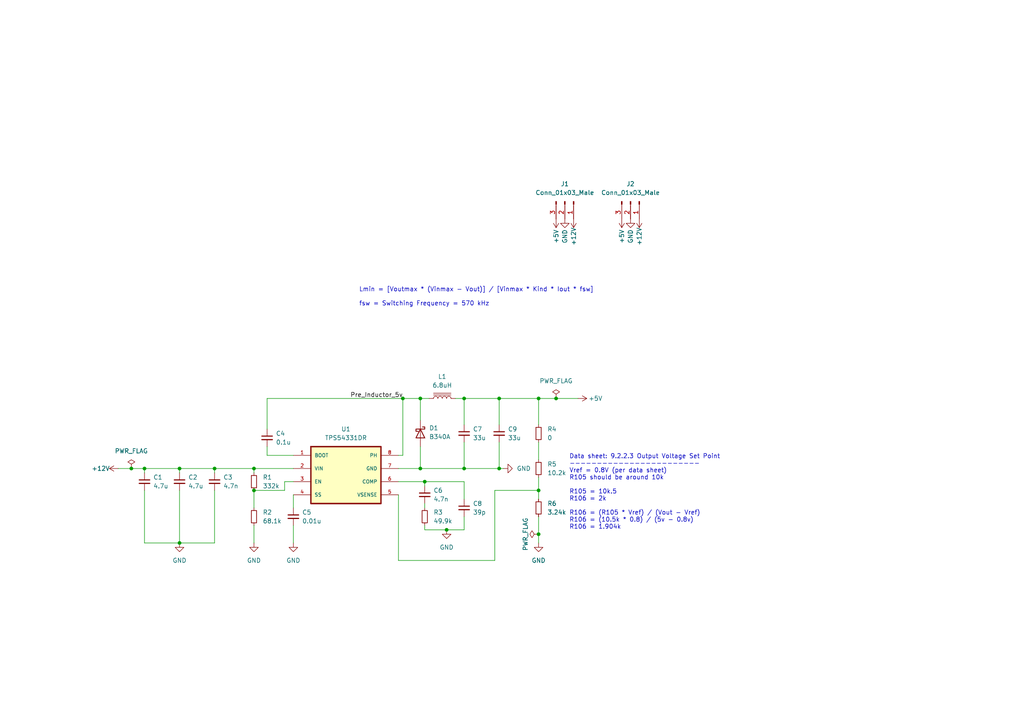
<source format=kicad_sch>
(kicad_sch (version 20211123) (generator eeschema)
  (paper "A4")
  (lib_symbols
    (symbol "Connector:Conn_01x03_Male" (pin_names (offset 1.016) hide)
      (property "Reference" "J" (at 0 5.08 0))
      (property "Value" "Conn_01x03_Male" (at 0 -5.08 0))
      (symbol "Conn_01x03_Male_1_1"
        (polyline (pts (xy 1.27 -2.54) (xy 0.8636 -2.54)) (stroke (width 0.1524)))
        (polyline (pts (xy 1.27 0) (xy 0.8636 0)) (stroke (width 0.1524)))
        (polyline (pts (xy 1.27 2.54) (xy 0.8636 2.54)) (stroke (width 0.1524)))
        (rectangle (start 0.8636 -2.413) (end 0 -2.667) (stroke (width 0.1524)) (fill (type outline)))
        (rectangle (start 0.8636 0.127) (end 0 -0.127) (stroke (width 0.1524)) (fill (type outline)))
        (rectangle (start 0.8636 2.667) (end 0 2.413) (stroke (width 0.1524)) (fill (type outline)))
        (pin passive line (at 5.08 2.54 180) (length 3.81) (name "Pin_1") (number "1"))
        (pin passive line (at 5.08 0 180) (length 3.81) (name "Pin_2") (number "2"))
        (pin passive line (at 5.08 -2.54 180) (length 3.81) (name "Pin_3") (number "3"))
      )
    )
    (symbol "Device:C_Small" (pin_numbers hide) (pin_names (offset 0.254) hide)
      (property "Reference" "C" (at 0.254 1.778 0))
      (property "Value" "C_Small" (at 0.254 -2.032 0))
      (symbol "C_Small_0_1"
        (polyline (pts (xy -1.524 -0.508) (xy 1.524 -0.508)) (stroke (width 0.3302)))
        (polyline (pts (xy -1.524 0.508) (xy 1.524 0.508)) (stroke (width 0.3048)))
      )
      (symbol "C_Small_1_1"
        (pin passive line (at 0 2.54 270) (length 2.032) (name "~") (number "1"))
        (pin passive line (at 0 -2.54 90) (length 2.032) (name "~") (number "2"))
      )
    )
    (symbol "Device:L_Iron" (pin_numbers hide) (pin_names (offset 1.016) hide)
      (property "Reference" "L" (at -1.27 0 90))
      (property "Value" "L_Iron" (at 2.794 0 90))
      (symbol "L_Iron_0_1"
        (arc (start 0 -2.54) (mid 0.635 -1.905) (end 0 -1.27))
        (arc (start 0 -1.27) (mid 0.635 -0.635) (end 0 0))
        (polyline (pts (xy 1.016 2.54) (xy 1.016 -2.54)))
        (polyline (pts (xy 1.524 -2.54) (xy 1.524 2.54)))
        (arc (start 0 0) (mid 0.635 0.635) (end 0 1.27))
        (arc (start 0 1.27) (mid 0.635 1.905) (end 0 2.54))
      )
      (symbol "L_Iron_1_1"
        (pin passive line (at 0 3.81 270) (length 1.27) (name "1") (number "1"))
        (pin passive line (at 0 -3.81 90) (length 1.27) (name "2") (number "2"))
      )
    )
    (symbol "Device:R_Small" (pin_numbers hide) (pin_names (offset 0.254) hide)
      (property "Reference" "R" (at 0.762 0.508 0))
      (property "Value" "R_Small" (at 0.762 -1.016 0))
      (symbol "R_Small_0_1"
        (rectangle (start -0.762 1.778) (end 0.762 -1.778) (stroke (width 0.2032)))
      )
      (symbol "R_Small_1_1"
        (pin passive line (at 0 2.54 270) (length 0.762) (name "~") (number "1"))
        (pin passive line (at 0 -2.54 90) (length 0.762) (name "~") (number "2"))
      )
    )
    (symbol "Diode:B340" (pin_numbers hide) (pin_names (offset 1.016) hide)
      (property "Reference" "D" (at 0 2.54 0))
      (property "Value" "B340" (at 0 -2.54 0))
      (symbol "B340_0_1"
        (polyline (pts (xy 1.27 0) (xy -1.27 0)))
        (polyline (pts (xy 1.27 1.27) (xy 1.27 -1.27) (xy -1.27 0) (xy 1.27 1.27)) (stroke (width 0.254)))
        (polyline (pts (xy -1.905 0.635) (xy -1.905 1.27) (xy -1.27 1.27) (xy -1.27 -1.27) (xy -0.635 -1.27) (xy -0.635 -0.635)) (stroke (width 0.254)))
      )
      (symbol "B340_1_1"
        (pin passive line (at -3.81 0 0) (length 2.54) (name "K") (number "1"))
        (pin passive line (at 3.81 0 180) (length 2.54) (name "A") (number "2"))
      )
    )
    (symbol "TPS54331DR:TPS54331DR" (pin_names (offset 1.016))
      (property "Reference" "U" (at -12.7 12.7 0))
      (property "Value" "TPS54331DR" (at -5.08 12.7 0))
      (symbol "TPS54331DR_0_0"
        (rectangle (start -12.7 12.7) (end 7.62 -3.81) (stroke (width 0.4064)) (fill (type background)))
        (pin input line (at -17.78 10.16 0) (length 5.08) (name "BOOT") (number "1"))
        (pin input line (at -17.78 6.35 0) (length 5.08) (name "VIN") (number "2"))
        (pin input line (at -17.78 2.54 0) (length 5.08) (name "EN") (number "3"))
        (pin input line (at -17.78 -1.27 0) (length 5.08) (name "SS") (number "4"))
        (pin input line (at 12.7 -1.27 180) (length 5.08) (name "VSENSE") (number "5"))
        (pin output line (at 12.7 2.54 180) (length 5.08) (name "COMP") (number "6"))
        (pin power_in line (at 12.7 6.35 180) (length 5.08) (name "GND") (number "7"))
        (pin input line (at 12.7 10.16 180) (length 5.08) (name "PH") (number "8"))
      )
    )
    (symbol "power:+12V" (power) (pin_names (offset 0))
      (property "Value" "+12V" (at 0 3.556 0))
      (symbol "+12V_0_1"
        (polyline (pts (xy -0.762 1.27) (xy 0 2.54)))
        (polyline (pts (xy 0 0) (xy 0 2.54)))
        (polyline (pts (xy 0 2.54) (xy 0.762 1.27)))
      )
      (symbol "+12V_1_1"
        (pin power_in line (at 0 0 90) (length 0) hide (name "+12V") (number "1"))
      )
    )
    (symbol "power:+5V" (power) (pin_names (offset 0))
      (property "Value" "+5V" (at 0 3.556 0))
      (symbol "+5V_0_1"
        (polyline (pts (xy -0.762 1.27) (xy 0 2.54)))
        (polyline (pts (xy 0 0) (xy 0 2.54)))
        (polyline (pts (xy 0 2.54) (xy 0.762 1.27)))
      )
      (symbol "+5V_1_1"
        (pin power_in line (at 0 0 90) (length 0) hide (name "+5V") (number "1"))
      )
    )
    (symbol "power:GND" (power) (pin_names (offset 0))
      (property "Value" "GND" (at 0 -3.81 0))
      (symbol "GND_0_1"
        (polyline (pts (xy 0 0) (xy 0 -1.27) (xy 1.27 -1.27) (xy 0 -2.54) (xy -1.27 -1.27) (xy 0 -1.27)))
      )
      (symbol "GND_1_1"
        (pin power_in line (at 0 0 270) (length 0) hide (name "GND") (number "1"))
      )
    )
    (symbol "power:PWR_FLAG" (power) (pin_numbers hide) (pin_names (offset 0) hide)
      (property "Value" "PWR_FLAG" (at 0 3.81 0))
      (symbol "PWR_FLAG_0_0"
        (pin power_out line (at 0 0 90) (length 0) (name "pwr") (number "1"))
      )
      (symbol "PWR_FLAG_0_1"
        (polyline (pts (xy 0 0) (xy 0 1.27) (xy -1.016 1.905) (xy 0 2.54) (xy 1.016 1.905) (xy 0 1.27)))
      )
    )
  )
  (junction (at 62.23 135.89))
  (junction (at 121.92 135.89))
  (junction (at 73.66 135.89))
  (junction (at 41.91 135.89))
  (junction (at 134.62 115.57))
  (junction (at 156.21 154.94))
  (junction (at 116.84 115.57))
  (junction (at 73.66 142.24))
  (junction (at 134.62 135.89))
  (junction (at 52.07 135.89))
  (junction (at 121.92 115.57))
  (junction (at 156.21 115.57))
  (junction (at 38.1 135.89))
  (junction (at 52.07 157.48))
  (junction (at 144.78 135.89))
  (junction (at 161.29 115.57))
  (junction (at 144.78 115.57))
  (junction (at 156.21 142.24))
  (junction (at 123.19 139.7))
  (junction (at 129.54 153.67))
  (wire (pts (xy 121.92 115.57) (xy 121.92 121.92)))
  (wire (pts (xy 82.55 142.24) (xy 73.66 142.24)))
  (wire (pts (xy 52.07 135.89) (xy 52.07 137.16)))
  (wire (pts (xy 82.55 139.7) (xy 82.55 142.24)))
  (wire (pts (xy 121.92 135.89) (xy 134.62 135.89)))
  (wire (pts (xy 115.57 135.89) (xy 121.92 135.89)))
  (wire (pts (xy 123.19 140.97) (xy 123.19 139.7)))
  (wire (pts (xy 161.29 115.57) (xy 167.64 115.57)))
  (wire (pts (xy 52.07 135.89) (xy 62.23 135.89)))
  (wire (pts (xy 156.21 138.43) (xy 156.21 142.24)))
  (wire (pts (xy 41.91 142.24) (xy 41.91 157.48)))
  (wire (pts (xy 41.91 157.48) (xy 52.07 157.48)))
  (wire (pts (xy 41.91 135.89) (xy 52.07 135.89)))
  (wire (pts (xy 134.62 135.89) (xy 144.78 135.89)))
  (wire (pts (xy 144.78 115.57) (xy 156.21 115.57)))
  (wire (pts (xy 85.09 152.4) (xy 85.09 157.48)))
  (wire (pts (xy 34.29 135.89) (xy 38.1 135.89)))
  (wire (pts (xy 116.84 115.57) (xy 121.92 115.57)))
  (wire (pts (xy 143.51 142.24) (xy 156.21 142.24)))
  (wire (pts (xy 156.21 115.57) (xy 161.29 115.57)))
  (wire (pts (xy 123.19 147.32) (xy 123.19 146.05)))
  (wire (pts (xy 73.66 142.24) (xy 73.66 147.32)))
  (wire (pts (xy 134.62 115.57) (xy 144.78 115.57)))
  (wire (pts (xy 123.19 139.7) (xy 134.62 139.7)))
  (wire (pts (xy 85.09 139.7) (xy 82.55 139.7)))
  (wire (pts (xy 62.23 142.24) (xy 62.23 157.48)))
  (wire (pts (xy 121.92 135.89) (xy 121.92 129.54)))
  (wire (pts (xy 121.92 115.57) (xy 124.46 115.57)))
  (wire (pts (xy 73.66 152.4) (xy 73.66 157.48)))
  (wire (pts (xy 38.1 135.89) (xy 41.91 135.89)))
  (wire (pts (xy 85.09 143.51) (xy 85.09 147.32)))
  (wire (pts (xy 144.78 135.89) (xy 144.78 128.27)))
  (wire (pts (xy 132.08 115.57) (xy 134.62 115.57)))
  (wire (pts (xy 156.21 154.94) (xy 156.21 157.48)))
  (wire (pts (xy 156.21 142.24) (xy 156.21 144.78)))
  (wire (pts (xy 129.54 153.67) (xy 134.62 153.67)))
  (wire (pts (xy 156.21 115.57) (xy 156.21 123.19)))
  (wire (pts (xy 123.19 153.67) (xy 129.54 153.67)))
  (wire (pts (xy 62.23 135.89) (xy 73.66 135.89)))
  (wire (pts (xy 77.47 124.46) (xy 77.47 115.57)))
  (wire (pts (xy 116.84 132.08) (xy 116.84 115.57)))
  (wire (pts (xy 156.21 149.86) (xy 156.21 154.94)))
  (wire (pts (xy 146.05 135.89) (xy 144.78 135.89)))
  (wire (pts (xy 62.23 157.48) (xy 52.07 157.48)))
  (wire (pts (xy 62.23 135.89) (xy 62.23 137.16)))
  (wire (pts (xy 134.62 128.27) (xy 134.62 135.89)))
  (wire (pts (xy 77.47 115.57) (xy 116.84 115.57)))
  (wire (pts (xy 77.47 132.08) (xy 77.47 129.54)))
  (wire (pts (xy 143.51 162.56) (xy 143.51 142.24)))
  (wire (pts (xy 52.07 142.24) (xy 52.07 157.48)))
  (wire (pts (xy 144.78 115.57) (xy 144.78 123.19)))
  (wire (pts (xy 123.19 152.4) (xy 123.19 153.67)))
  (wire (pts (xy 115.57 162.56) (xy 143.51 162.56)))
  (wire (pts (xy 115.57 143.51) (xy 115.57 162.56)))
  (wire (pts (xy 115.57 132.08) (xy 116.84 132.08)))
  (wire (pts (xy 156.21 128.27) (xy 156.21 133.35)))
  (wire (pts (xy 134.62 153.67) (xy 134.62 149.86)))
  (wire (pts (xy 85.09 132.08) (xy 77.47 132.08)))
  (wire (pts (xy 134.62 139.7) (xy 134.62 144.78)))
  (wire (pts (xy 73.66 135.89) (xy 73.66 137.16)))
  (wire (pts (xy 41.91 135.89) (xy 41.91 137.16)))
  (wire (pts (xy 115.57 139.7) (xy 123.19 139.7)))
  (wire (pts (xy 134.62 115.57) (xy 134.62 123.19)))
  (wire (pts (xy 73.66 135.89) (xy 85.09 135.89)))
  (text "Data sheet: 9.2.2.3 Output Voltage Set Point\n------------------------\nVref = 0.8V (per data sheet)\nR105 should be around 10k\n\nR105 = 10k.5\nR106 = 2k\n\nR106 = (R105 * Vref) / (Vout - Vref)\nR106 = (10.5k * 0.8) / (5v - 0.8v)\nR106 = 1.904k\n" (at 165.1 153.67 0) (effects (font (size 1.27 1.27)) (justify left bottom)))
  (text "Lmin = [Voutmax * (Vinmax - Vout)] / [Vinmax * Kind * Iout * fsw]\n\nfsw = Switching Frequency = 570 kHz\n" (at 104.14 88.9 0) (effects (font (size 1.27 1.27)) (justify left bottom)))
  (label "Pre_Inductor_5v" (at 101.6 115.57 0))
  (symbol (lib_id "Device:C_Small") (at 134.62 147.32 0) (unit 1)
    (property "Reference" "C8" (at 137.16 146.0562 0) (effects (justify left)))
    (property "Value" "39p" (at 137.16 148.5962 0) (effects (justify left)))
    (property "Footprint" "Capacitor_SMD:C_0805_2012Metric" (effects hide))
    (property "LCSC" "C296098" (effects hide))
  )
  (symbol (lib_id "power:PWR_FLAG") (at 156.21 154.94 90) (unit 1)
    (property "Reference" "#FLG0103" (effects hide))
    (property "Value" "PWR_FLAG" (at 152.4 154.94 0))
  )
  (symbol (lib_id "Device:C_Small") (at 41.91 139.7 0) (unit 1)
    (property "Reference" "C1" (at 44.45 138.4362 0) (effects (justify left)))
    (property "Value" "4.7u" (at 44.45 140.9762 0) (effects (justify left)))
    (property "Footprint" "Capacitor_SMD:C_0805_2012Metric" (effects hide))
    (property "LCSC" "C1779" (effects hide))
  )
  (symbol (lib_id "power:GND") (at 146.05 135.89 90) (unit 1)
    (property "Reference" "#PWR0106" (effects hide))
    (property "Value" "GND" (at 149.86 135.8899 90) (effects (justify right)))
  )
  (symbol (lib_id "power:+5V") (at 161.29 63.5 180) (unit 1)
    (property "Reference" "#PWR04" (effects hide))
    (property "Value" "+5V" (at 161.29 68.58 90))
  )
  (symbol (lib_id "power:+12V") (at 166.37 63.5 180) (unit 1)
    (property "Reference" "#PWR03" (effects hide))
    (property "Value" "+12V" (at 166.37 68.58 90))
  )
  (symbol (lib_id "Connector:Conn_01x03_Male") (at 163.83 58.42 270) (unit 1)
    (property "Reference" "J1" (at 163.83 53.34 90))
    (property "Value" "Conn_01x03_Male" (at 163.83 55.88 90))
    (property "Footprint" "Connector_PinHeader_2.54mm:PinHeader_1x03_P2.54mm_Vertical" (effects hide))
    (property "LCSC" "DNP" (effects hide))
  )
  (symbol (lib_id "power:GND") (at 73.66 157.48 0) (unit 1)
    (property "Reference" "#PWR0102" (effects hide))
    (property "Value" "GND" (at 73.66 162.56 0))
  )
  (symbol (lib_id "power:+5V") (at 167.64 115.57 270) (unit 1)
    (property "Reference" "#PWR05" (effects hide))
    (property "Value" "+5V" (at 172.72 115.57 90))
  )
  (symbol (lib_id "Device:C_Small") (at 134.62 125.73 0) (unit 1)
    (property "Reference" "C7" (at 137.16 124.4662 0) (effects (justify left)))
    (property "Value" "33u" (at 137.16 127.0062 0) (effects (justify left)))
    (property "Footprint" "Capacitor_SMD:C_0805_2012Metric" (effects hide))
    (property "LCSC" "C342635" (effects hide))
  )
  (symbol (lib_id "power:GND") (at 52.07 157.48 0) (unit 1)
    (property "Reference" "#PWR0103" (effects hide))
    (property "Value" "GND" (at 52.07 162.56 0))
  )
  (symbol (lib_id "Device:R_Small") (at 156.21 147.32 0) (unit 1)
    (property "Reference" "R6" (at 158.75 146.0499 0) (effects (justify left)))
    (property "Value" "3.24k" (at 158.75 148.5899 0) (effects (justify left)))
    (property "Footprint" "Resistor_SMD:R_0805_2012Metric" (effects hide))
    (property "LCSC" "C17609" (effects hide))
  )
  (symbol (lib_id "power:GND") (at 85.09 157.48 0) (unit 1)
    (property "Reference" "#PWR0101" (effects hide))
    (property "Value" "GND" (at 85.09 162.56 0))
  )
  (symbol (lib_id "power:+5V") (at 180.34 63.5 180) (unit 1)
    (property "Reference" "#PWR06" (effects hide))
    (property "Value" "+5V" (at 180.34 68.58 90))
  )
  (symbol (lib_id "Device:R_Small") (at 73.66 139.7 0) (unit 1)
    (property "Reference" "R1" (at 76.2 138.4299 0) (effects (justify left)))
    (property "Value" "332k" (at 76.2 140.9699 0) (effects (justify left)))
    (property "Footprint" "Resistor_SMD:R_0805_2012Metric" (effects hide))
    (property "LCSC" "C17631" (effects hide))
  )
  (symbol (lib_id "Diode:B340") (at 121.92 125.73 270) (unit 1)
    (property "Reference" "D1" (at 124.46 124.1424 90) (effects (justify left)))
    (property "Value" "B340A" (at 124.46 126.6824 90) (effects (justify left)))
    (property "Footprint" "Diode_SMD:D_SMA" (effects hide))
    (property "Datasheet" "http://www.jameco.com/Jameco/Products/ProdDS/1538777.pdf" (effects hide))
    (property "LCSC" "C64982" (effects hide))
  )
  (symbol (lib_id "power:+12V") (at 34.29 135.89 90) (unit 1)
    (property "Reference" "#PWR01" (effects hide))
    (property "Value" "+12V" (at 29.21 135.89 90))
  )
  (symbol (lib_id "Device:R_Small") (at 156.21 125.73 0) (unit 1)
    (property "Reference" "R4" (at 158.75 124.4599 0) (effects (justify left)))
    (property "Value" "0" (at 158.75 126.9999 0) (effects (justify left)))
    (property "Footprint" "Resistor_SMD:R_0805_2012Metric" (effects hide))
    (property "LCSC" "C17477" (effects hide))
  )
  (symbol (lib_id "power:PWR_FLAG") (at 161.29 115.57 0) (unit 1)
    (property "Reference" "#FLG0102" (effects hide))
    (property "Value" "PWR_FLAG" (at 161.29 110.49 0))
  )
  (symbol (lib_id "Device:C_Small") (at 62.23 139.7 0) (unit 1)
    (property "Reference" "C3" (at 64.77 138.4362 0) (effects (justify left)))
    (property "Value" "4.7n" (at 64.77 140.9762 0) (effects (justify left)))
    (property "Footprint" "Capacitor_SMD:C_0805_2012Metric" (effects hide))
    (property "LCSC" "C1744" (effects hide))
  )
  (symbol (lib_id "Device:C_Small") (at 144.78 125.73 0) (unit 1)
    (property "Reference" "C9" (at 147.32 124.4662 0) (effects (justify left)))
    (property "Value" "33u" (at 147.32 127.0062 0) (effects (justify left)))
    (property "Footprint" "Capacitor_SMD:C_0805_2012Metric" (effects hide))
    (property "LCSC" "C342635" (effects hide))
  )
  (symbol (lib_id "Connector:Conn_01x03_Male") (at 182.88 58.42 270) (unit 1)
    (property "Reference" "J2" (at 182.88 53.34 90))
    (property "Value" "Conn_01x03_Male" (at 182.88 55.88 90))
    (property "Footprint" "Connector_PinHeader_2.54mm:PinHeader_1x03_P2.54mm_Vertical" (effects hide))
    (property "LCSC" "DNP" (effects hide))
  )
  (symbol (lib_id "Device:R_Small") (at 73.66 149.86 0) (unit 1)
    (property "Reference" "R2" (at 76.2 148.5899 0) (effects (justify left)))
    (property "Value" "68.1k" (at 76.2 151.1299 0) (effects (justify left)))
    (property "Footprint" "Resistor_SMD:R_0805_2012Metric" (effects hide))
    (property "LCSC" "C17795" (effects hide))
  )
  (symbol (lib_id "Device:C_Small") (at 123.19 143.51 0) (unit 1)
    (property "Reference" "C6" (at 125.73 142.2462 0) (effects (justify left)))
    (property "Value" "4.7n" (at 125.73 144.7862 0) (effects (justify left)))
    (property "Footprint" "Capacitor_SMD:C_0805_2012Metric" (effects hide))
    (property "LCSC" "C1744" (effects hide))
  )
  (symbol (lib_id "Device:R_Small") (at 156.21 135.89 0) (unit 1)
    (property "Reference" "R5" (at 158.75 134.6199 0) (effects (justify left)))
    (property "Value" "10.2k" (at 158.75 137.1599 0) (effects (justify left)))
    (property "Footprint" "Resistor_SMD:R_0805_2012Metric" (effects hide))
    (property "LCSC" "C17402" (effects hide))
  )
  (symbol (lib_id "Device:R_Small") (at 123.19 149.86 0) (unit 1)
    (property "Reference" "R3" (at 125.73 148.5899 0) (effects (justify left)))
    (property "Value" "49.9k" (at 125.73 151.1299 0) (effects (justify left)))
    (property "Footprint" "Resistor_SMD:R_0805_2012Metric" (effects hide))
    (property "LCSC" "C17719" (effects hide))
  )
  (symbol (lib_id "Device:L_Iron") (at 128.27 115.57 90) (unit 1)
    (property "Reference" "L1" (at 128.27 109.22 90))
    (property "Value" "6.8uH" (at 128.27 111.76 90))
    (property "Footprint" "raspberrypi_supercap_ups_lib:Sunltech_SLO0530H" (effects hide))
    (property "LCSC" "C325965" (effects hide))
  )
  (symbol (lib_id "power:GND") (at 163.83 63.5 0) (unit 1)
    (property "Reference" "#PWR02" (effects hide))
    (property "Value" "GND" (at 163.83 68.58 90))
  )
  (symbol (lib_id "TPS54331DR:TPS54331DR") (at 102.87 142.24 0) (unit 1)
    (property "Reference" "U1" (at 100.33 124.46 0))
    (property "Value" "TPS54331DR" (at 100.33 127 0))
    (property "Footprint" "SOIC127P599X175-8N" (effects hide))
    (property "LCSC" "C9865" (effects hide))
  )
  (symbol (lib_id "power:GND") (at 129.54 153.67 0) (unit 1)
    (property "Reference" "#PWR0104" (effects hide))
    (property "Value" "GND" (at 129.54 158.75 0))
  )
  (symbol (lib_id "power:+12V") (at 185.42 63.5 180) (unit 1)
    (property "Reference" "#PWR08" (effects hide))
    (property "Value" "+12V" (at 185.42 68.58 90))
  )
  (symbol (lib_id "power:PWR_FLAG") (at 38.1 135.89 0) (unit 1)
    (property "Reference" "#FLG0101" (effects hide))
    (property "Value" "PWR_FLAG" (at 38.1 130.81 0))
  )
  (symbol (lib_id "Device:C_Small") (at 77.47 127 0) (unit 1)
    (property "Reference" "C4" (at 80.01 125.7362 0) (effects (justify left)))
    (property "Value" "0.1u" (at 80.01 128.2762 0) (effects (justify left)))
    (property "Footprint" "Capacitor_SMD:C_0805_2012Metric" (effects hide))
    (property "LCSC" "C28233" (effects hide))
  )
  (symbol (lib_id "power:GND") (at 156.21 157.48 0) (unit 1)
    (property "Reference" "#PWR0105" (effects hide))
    (property "Value" "GND" (at 156.21 162.56 0))
  )
  (symbol (lib_id "power:GND") (at 182.88 63.5 0) (unit 1)
    (property "Reference" "#PWR07" (effects hide))
    (property "Value" "GND" (at 182.88 68.58 90))
  )
  (symbol (lib_id "Device:C_Small") (at 85.09 149.86 0) (unit 1)
    (property "Reference" "C5" (at 87.63 148.5962 0) (effects (justify left)))
    (property "Value" "0.01u" (at 87.63 151.1362 0) (effects (justify left)))
    (property "Footprint" "Capacitor_SMD:C_0805_2012Metric" (effects hide))
    (property "LCSC" "C1710" (effects hide))
  )
  (symbol (lib_id "Device:C_Small") (at 52.07 139.7 0) (unit 1)
    (property "Reference" "C2" (at 54.61 138.4362 0) (effects (justify left)))
    (property "Value" "4.7u" (at 54.61 140.9762 0) (effects (justify left)))
    (property "Footprint" "Capacitor_SMD:C_0805_2012Metric" (effects hide))
    (property "LCSC" "C1779" (effects hide))
  )
)
</source>
